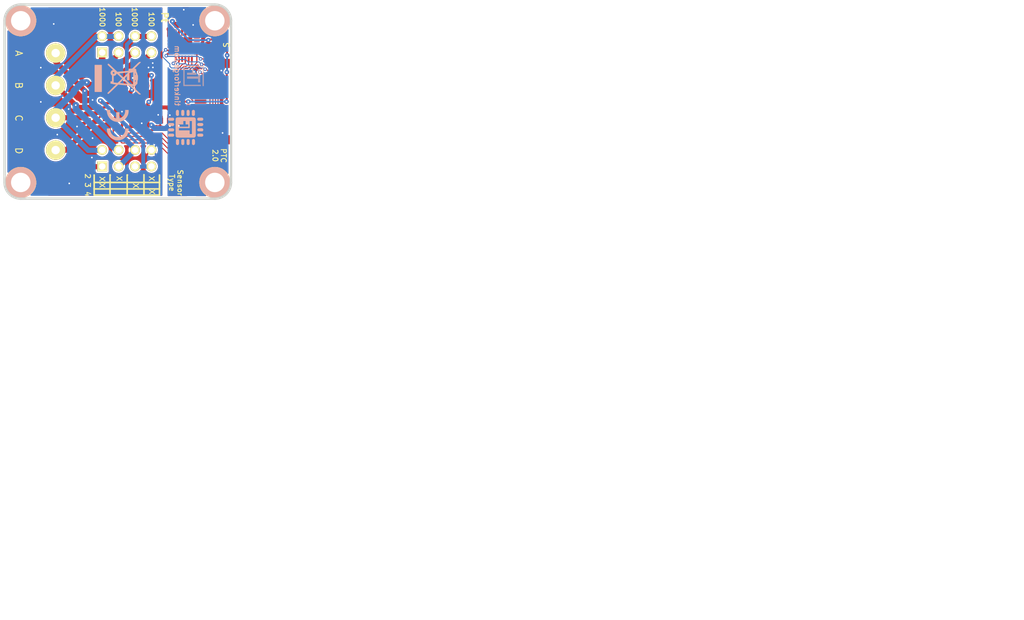
<source format=kicad_pcb>
(kicad_pcb (version 20171130) (host pcbnew 5.1.4-e60b266~84~ubuntu18.04.1)
  (title_block (title "PTC Bricklet") (date "25 jun 2013") (rev 1.0) (company "Tinkerforge GmbH") (comment 1 "Licensed under CERN OHL v.1.1") (comment 2 "Copyright (©) 2013, B.Nordmeyer <bastian@tinkerforge.com>"))
  (layers (0 Vorderseite signal) (31 Rückseite signal hide) (34 B.Paste user) (35 F.Paste user) (36 B.SilkS user) (37 F.SilkS user) (38 B.Mask user) (39 F.Mask user) (44 Edge.Cuts user))
  (net 0 "")
  (net 1 AGND)
  (net 2 FORCE+)
  (net 3 FORCE-)
  (net 4 FORCE2)
  (net 5 GND)
  (net 6 RTDIN+)
  (net 7 RTDIN-)
  (net 8 VCC)
  (net 9 "Net-(P1-Pad4)")
  (net 10 "Net-(P1-Pad5)")
  (net 11 "Net-(P1-Pad6)")
  (net 12 "Net-(C1-Pad1)")
  (net 13 "Net-(C6-Pad1)")
  (net 14 "Net-(C7-Pad2)")
  (net 15 "Net-(C8-Pad2)")
  (net 16 "Net-(D1-Pad2)")
  (net 17 "Net-(P2-Pad1)")
  (net 18 "Net-(P3-Pad2)")
  (net 19 "Net-(R1-Pad1)")
  (net 20 "Net-(P4-Pad7)")
  (net 21 "Net-(R2-Pad2)")
  (net 22 "Net-(P4-Pad5)")
  (net 23 S-MISO)
  (net 24 S-MOSI)
  (net 25 S-CLK)
  (net 26 S-CS)
  (net 27 "Net-(RP2-Pad1)")
  (net 28 "Net-(RP2-Pad2)")
  (net 29 "Net-(RP2-Pad3)")
  (net 30 "Net-(RP2-Pad4)")
  (net 31 M-MISO)
  (net 32 M-MOSI)
  (net 33 M-CLK)
  (net 34 M-CS)
  (net 35 "Net-(P4-Pad6)")
  (module kicad-libraries:R0603F (layer Vorderseite) (at 143.4 81.5 270)
    (fp_text reference R2)
    (fp_text value "390 0.1%")
    (pad 2 smd rect (at 0.75 0 270) (size 0.9 0.9) (layers Vorderseite F.Paste F.Mask) (net 21 "Net-(R2-Pad2)"))
    (pad 1 smd rect (at -0.75 0 270) (size 0.9 0.9) (layers Vorderseite F.Paste F.Mask) (net 20 "Net-(P4-Pad7)"))
  )
  (module kicad-libraries:R0603F (layer Vorderseite) (at 141.8 81.5 270)
    (fp_text reference R3)
    (fp_text value "3k9 0.1%")
    (pad 2 smd rect (at 0.75 0 270) (size 0.9 0.9) (layers Vorderseite F.Paste F.Mask) (net 21 "Net-(R2-Pad2)"))
    (pad 1 smd rect (at -0.75 0 270) (size 0.9 0.9) (layers Vorderseite F.Paste F.Mask) (net 22 "Net-(P4-Pad5)"))
  )
  (module kicad-libraries:Fiducial_Mark (layer Vorderseite) (at 153.8 98.5)
    (fp_text reference Fiducial_Mark hide)
    (fp_text value VAL** hide)
    (pad 1 smd circle (at 0 0) (size 1.00076 1.00076) (layers Vorderseite F.Paste F.Mask) (clearance 0.65024))
  )
  (module kicad-libraries:Logo_31x31 (layer Rückseite) (at 155.7 82.55 90)
    (fp_text reference G*** hide)
    (fp_text value Logo_31x31 hide)
  )
  (module kicad-libraries:Fiducial_Mark (layer Vorderseite) (at 153.9 71.5)
    (fp_text reference Fiducial_Mark hide)
    (fp_text value VAL** hide)
    (pad 1 smd circle (at 0 0) (size 1.00076 1.00076) (layers Vorderseite F.Paste F.Mask) (clearance 0.65024))
  )
  (module kicad-libraries:Fiducial_Mark (layer Vorderseite) (at 130.9 98.4)
    (fp_text reference Fiducial_Mark hide)
    (fp_text value VAL** hide)
    (pad 1 smd circle (at 0 0) (size 1.00076 1.00076) (layers Vorderseite F.Paste F.Mask) (clearance 0.65024))
  )
  (module kicad-libraries:CE_5mm (layer Rückseite) (at 142.4 88.55 90)
    (fp_text reference VAL hide)
    (fp_text value CE_5mm hide)
  )
  (module kicad-libraries:WEEE_7mm (layer Rückseite) (at 142.4 81.35 90)
    (fp_text reference VAL hide)
    (fp_text value WEEE_7mm hide)
  )
  (module kicad-libraries:Fiducial_Mark (layer Vorderseite) (at 130.9 71.5)
    (fp_text reference Fiducial_Mark hide)
    (fp_text value VAL** hide)
    (pad 1 smd circle (at 0 0) (size 1.00076 1.00076) (layers Vorderseite F.Paste F.Mask) (clearance 0.65024))
  )
  (module kicad-libraries:DEBUG_PAD (layer Vorderseite) (at 150.3 73.75)
    (fp_text reference P2)
    (fp_text value Debug)
    (pad 1 smd circle (at 0 0) (size 0.7 0.7) (layers Vorderseite F.Paste F.Mask) (net 17 "Net-(P2-Pad1)"))
  )
  (module kicad-libraries:SolderJumper (layer Vorderseite) (at 151.55 71.3 180)
    (fp_text reference P3)
    (fp_text value Boot)
    (pad 2 smd rect (at 0.55 0 180) (size 0.3 1.4) (layers Vorderseite F.Mask) (net 18 "Net-(P3-Pad2)"))
    (pad 2 smd rect (at 0.15 0 180) (size 0.6 0.5) (layers Vorderseite F.Mask) (net 18 "Net-(P3-Pad2)"))
    (pad 1 smd rect (at -0.5 0 180) (size 0.4 1.4) (layers Vorderseite F.Mask) (net 5 GND))
    (pad 1 smd rect (at -0.225 0.55 180) (size 0.95 0.3) (layers Vorderseite F.Mask) (net 5 GND))
    (pad 1 smd rect (at -0.225 -0.55 180) (size 0.95 0.3) (layers Vorderseite F.Mask) (net 5 GND))
  )
  (module kicad-libraries:4X0402 (layer Vorderseite) (at 151.8 81.45)
    (fp_text reference RP1)
    (fp_text value 82)
    (pad 1 smd rect (at -0.7493 0.575 180) (size 0.29972 0.65) (layers Vorderseite F.Paste F.Mask) (net 9 "Net-(P1-Pad4)"))
    (pad 2 smd rect (at -0.24892 0.575 180) (size 0.29972 0.65) (layers Vorderseite F.Paste F.Mask) (net 10 "Net-(P1-Pad5)"))
    (pad 3 smd rect (at 0.24892 0.575 180) (size 0.29972 0.65) (layers Vorderseite F.Paste F.Mask) (net 11 "Net-(P1-Pad6)"))
    (pad 4 smd rect (at 0.7493 0.575 180) (size 0.29972 0.65) (layers Vorderseite F.Paste F.Mask) (net 12 "Net-(C1-Pad1)"))
    (pad 5 smd rect (at 0.7493 -0.575) (size 0.29972 0.65) (layers Vorderseite F.Paste F.Mask) (net 23 S-MISO))
    (pad 6 smd rect (at 0.24892 -0.575) (size 0.29972 0.65) (layers Vorderseite F.Paste F.Mask) (net 24 S-MOSI))
    (pad 7 smd rect (at -0.24892 -0.575) (size 0.29972 0.65) (layers Vorderseite F.Paste F.Mask) (net 25 S-CLK))
    (pad 8 smd rect (at -0.7493 -0.575) (size 0.29972 0.65) (layers Vorderseite F.Paste F.Mask) (net 26 S-CS))
  )
  (module kicad-libraries:QFN24-4x4mm-0.5mm (layer Vorderseite) (at 152.6 76.3 180)
    (fp_text reference U1)
    (fp_text value XMC1100)
    (pad 1 smd oval (at -2.025 -1.25 180) (size 1 0.3) (layers Vorderseite F.Paste F.Mask) (net 23 S-MISO))
    (pad 2 smd oval (at -2.025 -0.75 180) (size 1 0.3) (layers Vorderseite F.Paste F.Mask) (net 19 "Net-(R1-Pad1)"))
    (pad 3 smd oval (at -2.025 -0.25 180) (size 1 0.3) (layers Vorderseite F.Paste F.Mask))
    (pad 4 smd oval (at -2.025 0.25 180) (size 1 0.3) (layers Vorderseite F.Paste F.Mask))
    (pad 5 smd oval (at -2.025 0.75 180) (size 1 0.3) (layers Vorderseite F.Paste F.Mask))
    (pad 6 smd oval (at -2.025 1.25 180) (size 1 0.3) (layers Vorderseite F.Paste F.Mask))
    (pad 7 smd oval (at -1.25 2.025 270) (size 1 0.3) (layers Vorderseite F.Paste F.Mask))
    (pad 8 smd oval (at -0.75 2.025 270) (size 1 0.3) (layers Vorderseite F.Paste F.Mask))
    (pad 9 smd oval (at -0.25 2.025 270) (size 1 0.3) (layers Vorderseite F.Paste F.Mask) (net 5 GND))
    (pad 10 smd oval (at 0.25 2.025 270) (size 1 0.3) (layers Vorderseite F.Paste F.Mask) (net 8 VCC))
    (pad 11 smd oval (at 0.75 2.025 270) (size 1 0.3) (layers Vorderseite F.Paste F.Mask))
    (pad 12 smd oval (at 1.25 2.025 270) (size 1 0.3) (layers Vorderseite F.Paste F.Mask) (net 18 "Net-(P3-Pad2)"))
    (pad 13 smd oval (at 2.025 1.25 180) (size 1 0.3) (layers Vorderseite F.Paste F.Mask) (net 17 "Net-(P2-Pad1)"))
    (pad 14 smd oval (at 2.025 0.75 180) (size 1 0.3) (layers Vorderseite F.Paste F.Mask))
    (pad 15 smd oval (at 2.025 0.25 180) (size 1 0.3) (layers Vorderseite F.Paste F.Mask))
    (pad 16 smd oval (at 2.025 -0.25 180) (size 1 0.3) (layers Vorderseite F.Paste F.Mask))
    (pad 17 smd oval (at 2.025 -0.75 180) (size 1 0.3) (layers Vorderseite F.Paste F.Mask) (net 31 M-MISO))
    (pad 18 smd oval (at 2.025 -1.25 180) (size 1 0.3) (layers Vorderseite F.Paste F.Mask) (net 32 M-MOSI))
    (pad 19 smd oval (at 1.25 -2.025 270) (size 1 0.3) (layers Vorderseite F.Paste F.Mask) (net 33 M-CLK))
    (pad 20 smd oval (at 0.75 -2.025 270) (size 1 0.3) (layers Vorderseite F.Paste F.Mask) (net 34 M-CS))
    (pad 21 smd oval (at 0.25 -2.025 270) (size 1 0.3) (layers Vorderseite F.Paste F.Mask))
    (pad 22 smd oval (at -0.25 -2.025 270) (size 1 0.3) (layers Vorderseite F.Paste F.Mask) (net 26 S-CS))
    (pad 23 smd oval (at -0.75 -2.025 270) (size 1 0.3) (layers Vorderseite F.Paste F.Mask) (net 25 S-CLK))
    (pad 24 smd oval (at -1.25 -2.025 270) (size 1 0.3) (layers Vorderseite F.Paste F.Mask) (net 24 S-MOSI))
    (pad EXP smd rect (at 0.65 0.65 180) (size 1.3 1.3) (layers Vorderseite F.Paste F.Mask) (net 5 GND))
    (pad EXP smd rect (at 0.65 -0.65 180) (size 1.3 1.3) (layers Vorderseite F.Paste F.Mask) (net 5 GND))
    (pad EXP smd rect (at -0.65 0.65 180) (size 1.3 1.3) (layers Vorderseite F.Paste F.Mask) (net 5 GND))
    (pad EXP smd rect (at -0.65 -0.65 180) (size 1.3 1.3) (layers Vorderseite F.Paste F.Mask) (net 5 GND))
  )
  (module kicad-libraries:pin_array_4x2 (layer Vorderseite) (at 143.8 76.1)
    (fp_text reference P4)
    (fp_text value CONN_02X04 hide)
    (pad 1 thru_hole rect (at -3.81 1.27) (size 1.524 1.524) (drill 1.016) (layers *.Cu *.Mask F.SilkS) (net 15 "Net-(C8-Pad2)"))
    (pad 2 thru_hole circle (at -3.81 -1.27) (size 1.524 1.524) (drill 1.016) (layers *.Cu *.Mask F.SilkS) (net 6 RTDIN+))
    (pad 3 thru_hole circle (at -1.27 1.27) (size 1.524 1.524) (drill 1.016) (layers *.Cu *.Mask F.SilkS) (net 14 "Net-(C7-Pad2)"))
    (pad 4 thru_hole circle (at -1.27 -1.27) (size 1.524 1.524) (drill 1.016) (layers *.Cu *.Mask F.SilkS) (net 6 RTDIN+))
    (pad 5 thru_hole circle (at 1.27 1.27) (size 1.524 1.524) (drill 1.016) (layers *.Cu *.Mask F.SilkS) (net 22 "Net-(P4-Pad5)"))
    (pad 6 thru_hole circle (at 1.27 -1.27) (size 1.524 1.524) (drill 1.016) (layers *.Cu *.Mask F.SilkS) (net 35 "Net-(P4-Pad6)"))
    (pad 7 thru_hole circle (at 3.81 1.27) (size 1.524 1.524) (drill 1.016) (layers *.Cu *.Mask F.SilkS) (net 20 "Net-(P4-Pad7)"))
    (pad 8 thru_hole circle (at 3.81 -1.27) (size 1.524 1.524) (drill 1.016) (layers *.Cu *.Mask F.SilkS) (net 35 "Net-(P4-Pad6)"))
  )
  (module kicad-libraries:pin_array_4x2 (layer Vorderseite) (at 143.8 93.7)
    (fp_text reference P5)
    (fp_text value CONN_02X04 hide)
    (pad 1 thru_hole rect (at -3.81 1.27) (size 1.524 1.524) (drill 1.016) (layers *.Cu *.Mask F.SilkS) (net 3 FORCE-))
    (pad 2 thru_hole circle (at -3.81 -1.27) (size 1.524 1.524) (drill 1.016) (layers *.Cu *.Mask F.SilkS) (net 7 RTDIN-))
    (pad 3 thru_hole circle (at -1.27 1.27) (size 1.524 1.524) (drill 1.016) (layers *.Cu *.Mask F.SilkS) (net 2 FORCE+))
    (pad 4 thru_hole circle (at -1.27 -1.27) (size 1.524 1.524) (drill 1.016) (layers *.Cu *.Mask F.SilkS) (net 6 RTDIN+))
    (pad 5 thru_hole circle (at 1.27 1.27) (size 1.524 1.524) (drill 1.016) (layers *.Cu *.Mask F.SilkS) (net 4 FORCE2))
    (pad 6 thru_hole circle (at 1.27 -1.27) (size 1.524 1.524) (drill 1.016) (layers *.Cu *.Mask F.SilkS) (net 2 FORCE+))
    (pad 7 thru_hole circle (at 3.81 1.27) (size 1.524 1.524) (drill 1.016) (layers *.Cu *.Mask F.SilkS) (net 4 FORCE2))
    (pad 8 thru_hole circle (at 3.81 -1.27) (size 1.524 1.524) (drill 1.016) (layers *.Cu *.Mask F.SilkS) (net 1 AGND))
  )
  (module kicad-libraries:Logo_CoMCU (layer Rückseite) (at 152.9 88.95 90)
    (fp_text reference G*** hide)
    (fp_text value LOGO hide)
  )
  (module kicad-libraries:C0402F (layer Vorderseite) (at 153.5 81.45 90)
    (fp_text reference C1)
    (fp_text value 220pF)
    (pad 2 smd rect (at 0.5 0 90) (size 0.6 0.7) (layers Vorderseite F.Paste F.Mask) (net 5 GND))
    (pad 1 smd rect (at -0.5 0 90) (size 0.6 0.7) (layers Vorderseite F.Paste F.Mask) (net 12 "Net-(C1-Pad1)"))
  )
  (module kicad-libraries:C0805 (layer Vorderseite) (at 153.2 86.9 270)
    (fp_text reference C2)
    (fp_text value 10uF)
    (pad 1 smd rect (at -1.00076 0 270) (size 1.00076 1.24968) (layers Vorderseite F.Paste F.Mask) (net 8 VCC) (clearance 0.14986))
    (pad 2 smd rect (at 1.00076 0 270) (size 1.00076 1.24968) (layers Vorderseite F.Paste F.Mask) (net 5 GND) (clearance 0.14986))
  )
  (module kicad-libraries:C0603F (layer Vorderseite) (at 151.8 87.1 270)
    (fp_text reference C3)
    (fp_text value 100nF)
    (pad 1 smd rect (at -0.75 0 270) (size 0.9 0.9) (layers Vorderseite F.Paste F.Mask) (net 8 VCC))
    (pad 2 smd rect (at 0.75 0 270) (size 0.9 0.9) (layers Vorderseite F.Paste F.Mask) (net 5 GND))
  )
  (module kicad-libraries:C0603F (layer Vorderseite) (at 152.35 73.1)
    (fp_text reference C4)
    (fp_text value 100nF)
    (pad 1 smd rect (at -0.75 0) (size 0.9 0.9) (layers Vorderseite F.Paste F.Mask) (net 8 VCC))
    (pad 2 smd rect (at 0.75 0) (size 0.9 0.9) (layers Vorderseite F.Paste F.Mask) (net 5 GND))
  )
  (module kicad-libraries:C0603F (layer Vorderseite) (at 146.9 86.6 90)
    (fp_text reference C5)
    (fp_text value 100nF)
    (pad 1 smd rect (at -0.75 0 90) (size 0.9 0.9) (layers Vorderseite F.Paste F.Mask) (net 5 GND))
    (pad 2 smd rect (at 0.75 0 90) (size 0.9 0.9) (layers Vorderseite F.Paste F.Mask) (net 8 VCC))
  )
  (module kicad-libraries:C0603F (layer Vorderseite) (at 145.5 81.7 90)
    (fp_text reference C6)
    (fp_text value 100nF)
    (pad 1 smd rect (at -0.75 0 90) (size 0.9 0.9) (layers Vorderseite F.Paste F.Mask) (net 13 "Net-(C6-Pad1)"))
    (pad 2 smd rect (at 0.75 0 90) (size 0.9 0.9) (layers Vorderseite F.Paste F.Mask) (net 1 AGND))
  )
  (module kicad-libraries:C0603F (layer Vorderseite) (at 140.1 81.6 90)
    (fp_text reference C7)
    (fp_text value 10nF)
    (pad 1 smd rect (at -0.75 0 90) (size 0.9 0.9) (layers Vorderseite F.Paste F.Mask) (net 7 RTDIN-))
    (pad 2 smd rect (at 0.75 0 90) (size 0.9 0.9) (layers Vorderseite F.Paste F.Mask) (net 14 "Net-(C7-Pad2)"))
  )
  (module kicad-libraries:C0603F (layer Vorderseite) (at 138.7 81.6 90)
    (fp_text reference C8)
    (fp_text value 100nF)
    (pad 1 smd rect (at -0.75 0 90) (size 0.9 0.9) (layers Vorderseite F.Paste F.Mask) (net 7 RTDIN-))
    (pad 2 smd rect (at 0.75 0 90) (size 0.9 0.9) (layers Vorderseite F.Paste F.Mask) (net 15 "Net-(C8-Pad2)"))
  )
  (module kicad-libraries:D0603F (layer Vorderseite) (at 157.15 76.2)
    (fp_text reference D1)
    (fp_text value blue)
    (pad 1 smd rect (at -0.75 0) (size 0.9 0.9) (layers Vorderseite F.Paste F.Mask) (net 8 VCC))
    (pad 2 smd rect (at 0.75 0) (size 0.9 0.9) (layers Vorderseite F.Paste F.Mask) (net 16 "Net-(D1-Pad2)"))
  )
  (module kicad-libraries:R0603F (layer Vorderseite) (at 149.7 87.9)
    (fp_text reference FB1)
    (fp_text value FB)
    (pad 1 smd rect (at -0.75 0) (size 0.9 0.9) (layers Vorderseite F.Paste F.Mask) (net 1 AGND))
    (pad 2 smd rect (at 0.75 0) (size 0.9 0.9) (layers Vorderseite F.Paste F.Mask) (net 5 GND))
  )
  (module kicad-libraries:R0603F (layer Vorderseite) (at 146.8 81.7 270)
    (fp_text reference FB2)
    (fp_text value FB)
    (pad 1 smd rect (at -0.75 0 270) (size 0.9 0.9) (layers Vorderseite F.Paste F.Mask) (net 8 VCC))
    (pad 2 smd rect (at 0.75 0 270) (size 0.9 0.9) (layers Vorderseite F.Paste F.Mask) (net 13 "Net-(C6-Pad1)"))
  )
  (module kicad-libraries:AKL_5_2 (layer Vorderseite) (at 132.79882 79.94904 90)
    (fp_text reference J1)
    (fp_text value AKL_5_2)
    (pad 1 thru_hole circle (at -2.49936 0 90) (size 2.99974 2.99974) (drill 1.30048) (layers *.Cu *.Mask F.SilkS) (net 6 RTDIN+))
    (pad 2 thru_hole circle (at 2.49936 0 90) (size 2.99974 2.99974) (drill 1.30048) (layers *.Cu *.Mask F.SilkS) (net 2 FORCE+))
  )
  (module kicad-libraries:AKL_5_2 (layer Vorderseite) (at 132.79882 89.94902 90)
    (fp_text reference J2)
    (fp_text value AKL_5_2)
    (pad 1 thru_hole circle (at -2.49936 0 90) (size 2.99974 2.99974) (drill 1.30048) (layers *.Cu *.Mask F.SilkS) (net 3 FORCE-))
    (pad 2 thru_hole circle (at 2.49936 0 90) (size 2.99974 2.99974) (drill 1.30048) (layers *.Cu *.Mask F.SilkS) (net 7 RTDIN-))
  )
  (module kicad-libraries:CON-SENSOR2 (layer Vorderseite) (at 159.79902 84.9503 90)
    (fp_text reference P1)
    (fp_text value CON-SENSOR)
    (pad 1 smd rect (at -3.75 -4.6 90) (size 0.6 1.8) (layers Vorderseite F.Paste F.Mask))
    (pad 2 smd rect (at -2.5 -4.6 90) (size 0.6 1.8) (layers Vorderseite F.Paste F.Mask) (net 5 GND))
    (pad EP smd rect (at -5.9 -1.2 90) (size 1.4 2.4) (layers Vorderseite F.Paste F.Mask) (net 5 GND))
    (pad EP smd rect (at 5.9 -1.2 90) (size 1.4 2.4) (layers Vorderseite F.Paste F.Mask) (net 5 GND))
    (pad 3 smd rect (at -1.25 -4.6 90) (size 0.6 1.8) (layers Vorderseite F.Paste F.Mask) (net 8 VCC))
    (pad 4 smd rect (at 0 -4.6 90) (size 0.6 1.8) (layers Vorderseite F.Paste F.Mask) (net 9 "Net-(P1-Pad4)"))
    (pad 5 smd rect (at 1.25 -4.6 90) (size 0.6 1.8) (layers Vorderseite F.Paste F.Mask) (net 10 "Net-(P1-Pad5)"))
    (pad 6 smd rect (at 2.5 -4.6 90) (size 0.6 1.8) (layers Vorderseite F.Paste F.Mask) (net 11 "Net-(P1-Pad6)"))
    (pad 7 smd rect (at 3.75 -4.6 90) (size 0.6 1.8) (layers Vorderseite F.Paste F.Mask) (net 12 "Net-(C1-Pad1)"))
  )
  (module kicad-libraries:R0603F (layer Vorderseite) (at 157.15 77.5)
    (fp_text reference R1)
    (fp_text value 1k)
    (pad 1 smd rect (at -0.75 0) (size 0.9 0.9) (layers Vorderseite F.Paste F.Mask) (net 19 "Net-(R1-Pad1)"))
    (pad 2 smd rect (at 0.75 0) (size 0.9 0.9) (layers Vorderseite F.Paste F.Mask) (net 16 "Net-(D1-Pad2)"))
  )
  (module kicad-libraries:0603X4 (layer Vorderseite) (at 152.2 92.3 90)
    (fp_text reference RP2)
    (fp_text value 100)
    (pad 1 smd rect (at 1.19888 -0.8509 90) (size 0.44958 0.89916) (layers Vorderseite F.Paste F.Mask) (net 27 "Net-(RP2-Pad1)"))
    (pad 2 smd rect (at 0.39878 -0.8509 90) (size 0.44958 0.89916) (layers Vorderseite F.Paste F.Mask) (net 28 "Net-(RP2-Pad2)"))
    (pad 3 smd rect (at -0.39878 -0.8509 90) (size 0.44958 0.89916) (layers Vorderseite F.Paste F.Mask) (net 29 "Net-(RP2-Pad3)"))
    (pad 4 smd rect (at -1.19888 -0.8509 90) (size 0.44958 0.89916) (layers Vorderseite F.Paste F.Mask) (net 30 "Net-(RP2-Pad4)"))
    (pad 5 smd rect (at -1.19888 0.8509 90) (size 0.44958 0.89916) (layers Vorderseite F.Paste F.Mask) (net 32 M-MOSI))
    (pad 6 smd rect (at -0.39878 0.8509 90) (size 0.44958 0.89916) (layers Vorderseite F.Paste F.Mask) (net 33 M-CLK))
    (pad 7 smd rect (at 0.39878 0.8509 90) (size 0.44958 0.89916) (layers Vorderseite F.Paste F.Mask) (net 34 M-CS))
    (pad 8 smd rect (at 1.19888 0.8509 90) (size 0.44958 0.89916) (layers Vorderseite F.Paste F.Mask) (net 31 M-MISO))
  )
  (module kicad-libraries:QFN-20-5x5 (layer Vorderseite) (at 143.05026 86.4997 180)
    (fp_text reference U2)
    (fp_text value MAX31865)
    (pad 1 smd rect (at -1.29794 2.3876) (size 0.34798 1.14808) (layers Vorderseite F.Paste F.Mask) (net 35 "Net-(P4-Pad6)"))
    (pad 2 smd rect (at -0.6477 2.3876) (size 0.34798 1.14808) (layers Vorderseite F.Paste F.Mask) (net 35 "Net-(P4-Pad6)"))
    (pad 3 smd rect (at 0 2.3876) (size 0.34798 1.14808) (layers Vorderseite F.Paste F.Mask) (net 21 "Net-(R2-Pad2)"))
    (pad 4 smd rect (at 0.6477 2.3876) (size 0.34798 1.14808) (layers Vorderseite F.Paste F.Mask) (net 21 "Net-(R2-Pad2)"))
    (pad 5 smd rect (at 1.29794 2.3876) (size 0.34798 1.14808) (layers Vorderseite F.Paste F.Mask) (net 2 FORCE+))
    (pad 6 smd rect (at 2.3876 1.29794 90) (size 0.34798 1.14808) (layers Vorderseite F.Paste F.Mask) (net 4 FORCE2))
    (pad 7 smd rect (at 2.3876 0.6477 90) (size 0.34798 1.14808) (layers Vorderseite F.Paste F.Mask) (net 6 RTDIN+))
    (pad 8 smd rect (at 2.3876 0 90) (size 0.34798 1.14808) (layers Vorderseite F.Paste F.Mask) (net 7 RTDIN-))
    (pad 9 smd rect (at 2.3876 -0.6477 90) (size 0.34798 1.14808) (layers Vorderseite F.Paste F.Mask) (net 3 FORCE-))
    (pad 10 smd rect (at 2.3876 -1.29794 90) (size 0.34798 1.14808) (layers Vorderseite F.Paste F.Mask) (net 1 AGND))
    (pad 11 smd rect (at 1.29794 -2.3876 180) (size 0.34798 1.14808) (layers Vorderseite F.Paste F.Mask) (net 30 "Net-(RP2-Pad4)"))
    (pad 12 smd rect (at 0.6477 -2.3876 180) (size 0.34798 1.14808) (layers Vorderseite F.Paste F.Mask) (net 29 "Net-(RP2-Pad3)"))
    (pad 13 smd rect (at 0 -2.3876 180) (size 0.34798 1.14808) (layers Vorderseite F.Paste F.Mask) (net 28 "Net-(RP2-Pad2)"))
    (pad 14 smd rect (at -0.6477 -2.3876 180) (size 0.34798 1.14808) (layers Vorderseite F.Paste F.Mask) (net 27 "Net-(RP2-Pad1)"))
    (pad 15 smd rect (at -1.29794 -2.3876 180) (size 0.34798 1.14808) (layers Vorderseite F.Paste F.Mask) (net 5 GND))
    (pad 16 smd rect (at -2.3876 -1.29794 270) (size 0.34798 1.14808) (layers Vorderseite F.Paste F.Mask) (net 1 AGND))
    (pad 17 smd rect (at -2.3876 -0.6477 270) (size 0.34798 1.14808) (layers Vorderseite F.Paste F.Mask))
    (pad 18 smd rect (at -2.3876 0 270) (size 0.34798 1.14808) (layers Vorderseite F.Paste F.Mask))
    (pad 19 smd rect (at -2.3876 0.6477 270) (size 0.34798 1.14808) (layers Vorderseite F.Paste F.Mask) (net 8 VCC))
    (pad 20 smd rect (at -2.3876 1.29794 270) (size 0.34798 1.14808) (layers Vorderseite F.Paste F.Mask) (net 13 "Net-(C6-Pad1)"))
    (pad EP smd rect (at 0 0 180) (size 2.49936 2.49936) (layers Vorderseite F.Paste F.Mask) (net 1 AGND))
  )
  (module kicad-libraries:DRILL_NP (layer Vorderseite) (at 157.40126 97.44964 90)
    (fp_text reference U3 hide)
    (fp_text value DRILL hide)
    (pad "" np_thru_hole circle (at 0 0 90) (size 2.99974 2.99974) (drill 2.99974) (layers *.Cu *.Mask F.SilkS) (clearance 0.89916))
  )
  (module kicad-libraries:DRILL_NP (layer Vorderseite) (at 127.39878 97.44964)
    (fp_text reference U4 hide)
    (fp_text value DRILL hide)
    (pad "" np_thru_hole circle (at 0 0) (size 2.99974 2.99974) (drill 2.99974) (layers *.Cu *.Mask F.SilkS) (clearance 0.89916))
  )
  (module kicad-libraries:DRILL_NP (layer Vorderseite) (at 127.39878 72.45096 90)
    (fp_text reference U5 hide)
    (fp_text value DRILL hide)
    (pad "" np_thru_hole circle (at 0 0 90) (size 2.99974 2.99974) (drill 2.99974) (layers *.Cu *.Mask F.SilkS) (clearance 0.89916))
  )
  (module kicad-libraries:DRILL_NP (layer Vorderseite) (at 157.40126 72.45096)
    (fp_text reference U6 hide)
    (fp_text value DRILL hide)
    (pad "" np_thru_hole circle (at 0 0) (size 2.99974 2.99974) (drill 2.99974) (layers *.Cu *.Mask F.SilkS) (clearance 0.89916))
  )
  (gr_text tinkerforge.com (at 151.6 80.95 270) (layer B.SilkS) (effects (font (size 0.8001 0.8001) (thickness 0.14986)) (justify mirror)))
  (gr_text S (at 159.1 76.2 270) (layer F.SilkS) (effects (font (size 0.8001 0.8001) (thickness 0.14986))))
  (gr_text X (at 147.74926 98.89998 90) (layer F.SilkS) (effects (font (size 0.8001 0.8001) (thickness 0.14986))))
  (gr_text X (at 147.701 96.8502 90) (layer F.SilkS) (effects (font (size 0.8001 0.8001) (thickness 0.14986))))
  (gr_text X (at 145.2499 97.95002 90) (layer F.SilkS) (effects (font (size 0.8001 0.8001) (thickness 0.14986))))
  (gr_text X (at 142.69974 96.8502 90) (layer F.SilkS) (effects (font (size 0.8001 0.8001) (thickness 0.14986))))
  (gr_text X (at 140.05052 97.89922 90) (layer F.SilkS) (effects (font (size 0.8001 0.8001) (thickness 0.14986))))
  (gr_text X (at 140.05052 96.901 90) (layer F.SilkS) (effects (font (size 0.8001 0.8001) (thickness 0.14986))))
  (gr_text "2 3 4" (at 137.74928 97.85096 270) (layer F.SilkS) (effects (font (size 0.8001 0.8001) (thickness 0.14986))))
  (gr_line (start 138.75004 98.4504) (end 138.75004 98.3996) (angle 90) (layer F.SilkS) (width 0.24892))
  (gr_line (start 148.84908 98.4504) (end 138.75004 98.4504) (angle 90) (layer F.SilkS) (width 0.24892))
  (gr_line (start 138.75004 97.44964) (end 148.84908 97.44964) (angle 90) (layer F.SilkS) (width 0.24892))
  (gr_line (start 141.20114 96.29902) (end 141.2494 96.29902) (angle 90) (layer F.SilkS) (width 0.24892))
  (gr_line (start 141.20114 99.40036) (end 141.20114 96.29902) (angle 90) (layer F.SilkS) (width 0.24892))
  (gr_line (start 143.85036 96.29902) (end 143.90116 96.29902) (angle 90) (layer F.SilkS) (width 0.24892))
  (gr_line (start 143.85036 99.45116) (end 143.85036 96.29902) (angle 90) (layer F.SilkS) (width 0.24892))
  (gr_line (start 146.44878 99.40036) (end 146.44878 96.25076) (angle 90) (layer F.SilkS) (width 0.24892))
  (gr_line (start 148.84908 99.40036) (end 148.84908 96.29902) (angle 90) (layer F.SilkS) (width 0.24892))
  (gr_line (start 138.75004 99.40036) (end 148.84908 99.40036) (angle 90) (layer F.SilkS) (width 0.24892))
  (gr_line (start 138.75004 96.29902) (end 138.75004 99.40036) (angle 90) (layer F.SilkS) (width 0.24892))
  (gr_text "A     B     C     D" (at 127.09906 85.04936 270) (layer F.SilkS) (effects (font (size 1.04902 1.04902) (thickness 0.14986))))
  (gr_text "PTC\n2.0" (at 158.1 93.3 270) (layer F.SilkS) (effects (font (size 0.8001 0.8001) (thickness 0.14986))))
  (gr_text "Sensor\nType" (at 151.39924 97.50044 270) (layer F.SilkS) (effects (font (size 0.8001 0.8001) (thickness 0.14986))))
  (gr_text Pt (at 149.64918 71.89978 270) (layer F.SilkS) (effects (font (size 1.00076 1.00076) (thickness 0.20066))))
  (gr_line (start 124.89942 97.44964) (end 124.89942 72.45096) (angle 90) (layer Edge.Cuts) (width 0.381))
  (gr_line (start 159.90062 72.45096) (end 159.90062 97.44964) (angle 90) (layer Edge.Cuts) (width 0.381))
  (gr_line (start 127.39878 69.94906) (end 157.40126 69.94906) (angle 90) (layer Edge.Cuts) (width 0.381))
  (gr_text 1000 (at 139.99972 71.89978 270) (layer F.SilkS) (effects (font (size 0.8001 0.8001) (thickness 0.14986))))
  (gr_text 100 (at 142.49908 72.2503 270) (layer F.SilkS) (effects (font (size 0.8001 0.8001) (thickness 0.14986))))
  (gr_text 1000 (at 145.00098 71.89978 270) (layer F.SilkS) (effects (font (size 0.8001 0.8001) (thickness 0.14986))))
  (gr_text 100 (at 147.5994 72.2503 270) (layer F.SilkS) (effects (font (size 0.8001 0.8001) (thickness 0.14986))))
  (gr_line (start 157.40126 99.949) (end 127.39878 99.949) (angle 90) (layer Edge.Cuts) (width 0.381))
  (gr_arc (start 157.40126 97.44964) (end 159.90062 97.44964) (angle 90) (layer Edge.Cuts) (width 0.381))
  (gr_arc (start 157.40126 72.45096) (end 157.40126 69.9516) (angle 90) (layer Edge.Cuts) (width 0.381))
  (gr_arc (start 127.40132 72.45096) (end 124.89942 72.45096) (angle 90) (layer Edge.Cuts) (width 0.381))
  (gr_arc (start 127.40132 97.44964) (end 127.40132 99.949) (angle 90) (layer Edge.Cuts) (width 0.381))
  (segment (start 148.95 87.9) (end 148.95 87.3) (width 0.8001) (layer Vorderseite) (net 1))
  (via (at 148.65 87) (size 0.7) (drill 0.25) (layers Vorderseite Rückseite) (net 1))
  (segment (start 148.95 87.3) (end 148.65 87) (width 0.8001) (layer Vorderseite) (net 1))
  (segment (start 130.50012 88.00084) (end 130.50012 85.0011) (width 0.29972) (layer Vorderseite) (net 1))
  (segment (start 132.5499 90.05062) (end 130.50012 88.00084) (width 0.29972) (layer Vorderseite) (net 1))
  (segment (start 130.50012 79.70012) (end 130.50012 85.0011) (width 0.29972) (layer Vorderseite) (net 1))
  (via (at 132.4991 72.9488) (size 0.70104) (layers Vorderseite Rückseite) (net 1))
  (segment (start 130.50012 74.94778) (end 132.4991 72.9488) (width 0.29972) (layer Vorderseite) (net 1))
  (segment (start 143.05026 86.4997) (end 143.05026 85.34908) (width 0.29972) (layer Rückseite) (net 1))
  (via (at 138.50112 84.69884) (size 0.70104) (layers Vorderseite Rückseite) (net 1))
  (segment (start 139.49934 83.70062) (end 138.50112 84.69884) (width 0.29972) (layer Rückseite) (net 1))
  (segment (start 141.4018 83.70062) (end 139.49934 83.70062) (width 0.29972) (layer Rückseite) (net 1))
  (segment (start 143.05026 85.34908) (end 141.4018 83.70062) (width 0.29972) (layer Rückseite) (net 1))
  (segment (start 136.10082 88.80094) (end 136.10082 88.50122) (width 0.29972) (layer Rückseite) (net 1))
  (segment (start 137.89914 90.59926) (end 136.10082 88.80094) (width 0.29972) (layer Rückseite) (net 1))
  (via (at 130.50012 85.0011) (size 0.70104) (layers Vorderseite Rückseite) (net 1))
  (segment (start 136.10082 88.80094) (end 134.29996 88.80094) (width 0.29972) (layer Vorderseite) (net 1))
  (via (at 136.10082 88.80094) (size 0.70104) (layers Vorderseite Rückseite) (net 1))
  (via (at 133.05028 90.05062) (size 0.70104) (layers Vorderseite Rückseite) (net 1))
  (segment (start 134.29996 88.80094) (end 133.05028 90.05062) (width 0.29972) (layer Vorderseite) (net 1))
  (segment (start 133.05028 90.05062) (end 132.5499 90.05062) (width 0.29972) (layer Vorderseite) (net 1))
  (via (at 130.50012 79.70012) (size 0.70104) (layers Vorderseite Rückseite) (net 1))
  (segment (start 130.50012 79.70012) (end 130.50012 74.94778) (width 0.29972) (layer Vorderseite) (net 1))
  (segment (start 138.39952 94.09938) (end 134.8994 97.5995) (width 0.29972) (layer Rückseite) (net 1))
  (via (at 134.8994 97.5995) (size 0.70104) (layers Vorderseite Rückseite) (net 1))
  (segment (start 134.8994 97.5995) (end 134.85114 97.55124) (width 0.29972) (layer Vorderseite) (net 1))
  (segment (start 134.85114 97.55124) (end 134.85114 97.50044) (width 0.29972) (layer Vorderseite) (net 1))
  (segment (start 138.50112 90.59926) (end 138.50112 93.4974) (width 0.29972) (layer Vorderseite) (net 1))
  (via (at 138.39952 93.599) (size 0.70104) (layers Vorderseite Rückseite) (net 1))
  (segment (start 138.50112 93.4974) (end 138.39952 93.599) (width 0.29972) (layer Vorderseite) (net 1))
  (segment (start 138.39952 93.599) (end 138.39952 94.09938) (width 0.29972) (layer Rückseite) (net 1))
  (segment (start 143.05026 86.4997) (end 143.97498 85.57498) (width 0.59944) (layer Rückseite) (net 1))
  (segment (start 136.10082 88.50122) (end 134.80034 87.20074) (width 0.29972) (layer Rückseite) (net 1))
  (segment (start 134.80034 87.20074) (end 134.80034 86.10092) (width 0.29972) (layer Rückseite) (net 1))
  (via (at 134.80034 86.10092) (size 0.70104) (layers Vorderseite Rückseite) (net 1))
  (segment (start 138.50112 90.59926) (end 137.89914 90.59926) (width 0.29972) (layer Rückseite) (net 1))
  (segment (start 140.66266 88.43772) (end 138.50112 90.59926) (width 0.29972) (layer Vorderseite) (net 1))
  (via (at 138.50112 90.59926) (size 0.70104) (layers Vorderseite Rückseite) (net 1))
  (segment (start 140.66266 87.79764) (end 140.66266 88.43772) (width 0.29972) (layer Vorderseite) (net 1))
  (segment (start 147.60956 89.80932) (end 146.1008 88.30056) (width 0.59944) (layer Rückseite) (net 1))
  (segment (start 147.60956 92.47886) (end 147.60956 89.80932) (width 0.59944) (layer Rückseite) (net 1))
  (segment (start 145.43786 87.79764) (end 145.59788 87.79764) (width 0.29972) (layer Vorderseite) (net 1))
  (segment (start 144.57934 86.4997) (end 143.05026 86.4997) (width 0.59944) (layer Rückseite) (net 1))
  (segment (start 146.1008 88.02116) (end 144.57934 86.4997) (width 0.59944) (layer Rückseite) (net 1))
  (via (at 143.05026 86.4997) (size 0.70104) (layers Vorderseite Rückseite) (net 1))
  (segment (start 141.75232 87.79764) (end 143.05026 86.4997) (width 0.29972) (layer Vorderseite) (net 1))
  (segment (start 141.75232 87.79764) (end 140.66266 87.79764) (width 0.29972) (layer Vorderseite) (net 1))
  (segment (start 146.1008 88.30056) (end 146.1008 88.02116) (width 0.59944) (layer Rückseite) (net 1))
  (segment (start 145.59788 87.79764) (end 146.1008 88.30056) (width 0.29972) (layer Vorderseite) (net 1))
  (via (at 146.1008 88.30056) (size 0.70104) (layers Vorderseite Rückseite) (net 1))
  (segment (start 145.82502 85.57498) (end 146.3 85.1) (width 0.59944) (layer Rückseite) (net 1))
  (segment (start 146.3 85.1) (end 146.3 82.89906) (width 0.59944) (layer Rückseite) (net 1))
  (segment (start 143.97498 85.57498) (end 145.82502 85.57498) (width 0.59944) (layer Rückseite) (net 1))
  (segment (start 146.3 82.89906) (end 145.5293 82.12836) (width 0.59944) (layer Rückseite) (net 1))
  (segment (start 145.5293 82.12836) (end 144.70126 81.30032) (width 0.59944) (layer Rückseite) (net 1))
  (via (at 144.70126 81.30032) (size 0.70104) (layers Vorderseite Rückseite) (net 1))
  (segment (start 144.70126 81.30032) (end 145.5293 81.30032) (width 0.59944) (layer Rückseite) (net 1))
  (segment (start 145.5293 81.30032) (end 147.14982 79.6798) (width 0.59944) (layer Rückseite) (net 1))
  (segment (start 147.15998 79.66964) (end 147.14982 79.6798) (width 0.59944) (layer Vorderseite) (net 1))
  (via (at 147.14982 79.6798) (size 0.70104) (layers Vorderseite Rückseite) (net 1))
  (segment (start 147.83054 79.66964) (end 147.15998 79.66964) (width 0.59944) (layer Vorderseite) (net 1))
  (segment (start 145.10258 80.899) (end 144.70126 81.30032) (width 0.59944) (layer Vorderseite) (net 1))
  (segment (start 145.54962 80.899) (end 145.10258 80.899) (width 0.59944) (layer Vorderseite) (net 1))
  (segment (start 147.83054 79.66964) (end 147.83054 79.02956) (width 0.29972) (layer Vorderseite) (net 1))
  (via (at 147.83054 79.66964) (size 0.70104) (layers Vorderseite Rückseite) (net 1))
  (via (at 147.80006 78.99908) (size 0.70104) (layers Vorderseite Rückseite) (net 1))
  (segment (start 147.83054 79.02956) (end 147.80006 78.99908) (width 0.29972) (layer Vorderseite) (net 1))
  (segment (start 147.8407 79.65948) (end 147.83054 79.66964) (width 0.59944) (layer Vorderseite) (net 1))
  (segment (start 147.8407 79.65948) (end 148.57984 79.65948) (width 0.59944) (layer Vorderseite) (net 1))
  (segment (start 141.75232 84.1121) (end 141.75232 84.05368) (width 0.29972) (layer Vorderseite) (net 2))
  (segment (start 141.75232 84.05368) (end 141.39672 83.69808) (width 0.29972) (layer Vorderseite) (net 2))
  (segment (start 143.52524 90.77452) (end 142.27556 90.77452) (width 0.8001) (layer Rückseite) (net 2))
  (segment (start 142.27556 90.77452) (end 137.2997 85.79866) (width 0.8001) (layer Rückseite) (net 2))
  (segment (start 145.06956 92.47886) (end 145.06956 92.31884) (width 0.8001) (layer Rückseite) (net 2))
  (segment (start 145.06956 92.31884) (end 143.52524 90.77452) (width 0.8001) (layer Rückseite) (net 2))
  (segment (start 142.52956 95.01886) (end 145.06956 92.47886) (width 0.8001) (layer Rückseite) (net 2))
  (segment (start 137.2997 83.2993) (end 132.79882 78.79842) (width 0.8001) (layer Vorderseite) (net 2))
  (segment (start 132.79882 78.79842) (end 132.79882 77.44968) (width 0.8001) (layer Vorderseite) (net 2))
  (segment (start 137.69848 83.69808) (end 137.2997 83.2993) (width 0.8001) (layer Vorderseite) (net 2))
  (via (at 137.2997 83.2993) (size 0.70104) (layers Vorderseite Rückseite) (net 2))
  (segment (start 137.2997 85.79866) (end 137.2997 83.2993) (width 0.8001) (layer Rückseite) (net 2))
  (segment (start 141.39672 83.69808) (end 137.69848 83.69808) (width 0.8001) (layer Vorderseite) (net 2))
  (segment (start 139.98956 95.01886) (end 138.16838 95.01886) (width 0.8001) (layer Vorderseite) (net 3))
  (segment (start 135.001 91.85148) (end 135.001 91.84894) (width 0.8001) (layer Vorderseite) (net 3))
  (segment (start 138.16838 95.01886) (end 135.001 91.85148) (width 0.8001) (layer Vorderseite) (net 3))
  (segment (start 139.14882 88.00084) (end 138.8491 88.00084) (width 0.8001) (layer Vorderseite) (net 3))
  (segment (start 139.25296 87.8967) (end 139.14882 88.00084) (width 0.29972) (layer Vorderseite) (net 3))
  (segment (start 139.25296 87.69858) (end 139.25296 87.8967) (width 0.29972) (layer Vorderseite) (net 3))
  (segment (start 134.40156 92.44838) (end 132.79882 92.44838) (width 0.8001) (layer Vorderseite) (net 3))
  (segment (start 138.8491 88.00084) (end 135.001 91.84894) (width 0.8001) (layer Vorderseite) (net 3))
  (segment (start 135.001 91.84894) (end 134.40156 92.44838) (width 0.8001) (layer Vorderseite) (net 3))
  (segment (start 140.66266 87.1474) (end 139.80414 87.1474) (width 0.29972) (layer Vorderseite) (net 3))
  (segment (start 139.80414 87.1474) (end 139.25296 87.69858) (width 0.29972) (layer Vorderseite) (net 3))
  (segment (start 139.25296 87.69858) (end 139.25042 87.70112) (width 0.29972) (layer Vorderseite) (net 3))
  (segment (start 139.7 84.80044) (end 139.8397 84.80044) (width 0.59944) (layer Rückseite) (net 4))
  (segment (start 139.7508 84.85124) (end 139.7 84.80044) (width 0.29972) (layer Vorderseite) (net 4))
  (via (at 139.7 84.80044) (size 0.70104) (layers Vorderseite Rückseite) (net 4))
  (segment (start 140.66266 85.20176) (end 139.9032 85.20176) (width 0.29972) (layer Vorderseite) (net 4))
  (segment (start 139.9032 85.20176) (end 139.7508 85.04936) (width 0.29972) (layer Vorderseite) (net 4))
  (segment (start 139.7508 85.04936) (end 139.7508 84.85124) (width 0.29972) (layer Vorderseite) (net 4))
  (segment (start 146.33956 94.63786) (end 146.72056 95.01886) (width 0.59944) (layer Rückseite) (net 4))
  (segment (start 146.33956 91.3003) (end 146.33956 94.63786) (width 0.59944) (layer Rückseite) (net 4))
  (segment (start 139.8397 84.80044) (end 146.33956 91.3003) (width 0.59944) (layer Rückseite) (net 4))
  (segment (start 146.40052 94.69882) (end 146.72056 95.01886) (width 0.29972) (layer Rückseite) (net 4))
  (segment (start 145.06956 95.01886) (end 146.72056 95.01886) (width 0.59944) (layer Rückseite) (net 4))
  (segment (start 146.72056 95.01886) (end 147.60956 95.01886) (width 0.59944) (layer Rückseite) (net 4))
  (segment (start 152.05 71.3) (end 152.6 70.75) (width 0.29972) (layer Vorderseite) (net 5))
  (via (at 152.6 70.75) (size 0.55) (drill 0.25) (layers Vorderseite Rückseite) (net 5))
  (segment (start 152.85 74.275) (end 152.85 73.35) (width 0.29972) (layer Vorderseite) (net 5))
  (segment (start 152.85 73.35) (end 153.1 73.1) (width 0.29972) (layer Vorderseite) (net 5))
  (segment (start 154.05 73.1) (end 153.1 73.1) (width 0.29972) (layer Vorderseite) (net 5))
  (via (at 154.05 73.1) (size 0.7) (drill 0.25) (layers Vorderseite Rückseite) (net 5))
  (segment (start 153.1 73.1) (end 154.05 73.1) (width 0.59944) (layer Vorderseite) (net 5))
  (segment (start 153.5 80.8) (end 153.95 80.35) (width 0.29972) (layer Vorderseite) (net 5))
  (segment (start 153.95 80.35) (end 154.2 80.35) (width 0.29972) (layer Vorderseite) (net 5))
  (segment (start 153.25 75.65) (end 151.95 75.65) (width 0.29972) (layer Vorderseite) (net 5))
  (segment (start 153.25 76.95) (end 153.25 75.65) (width 0.29972) (layer Vorderseite) (net 5))
  (segment (start 153.25 76.95) (end 151.95 76.95) (width 0.29972) (layer Vorderseite) (net 5))
  (segment (start 152.85 74.275) (end 152.85 76.55) (width 0.29972) (layer Vorderseite) (net 5))
  (segment (start 152.85 76.55) (end 153.25 76.95) (width 0.29972) (layer Vorderseite) (net 5))
  (segment (start 154.2 80.35) (end 154.2 81.45) (width 0.29972) (layer Rückseite) (net 5))
  (segment (start 150.45 87.05) (end 150.45 87.9) (width 0.8001) (layer Vorderseite) (net 5))
  (via (at 150.45 87.05) (size 0.7) (drill 0.25) (layers Vorderseite Rückseite) (net 5))
  (via (at 154.2 80.35) (size 0.7) (drill 0.25) (layers Vorderseite Rückseite) (net 5))
  (segment (start 154.2 81.45) (end 152.4 83.25) (width 0.29972) (layer Rückseite) (net 5))
  (segment (start 152.4 83.25) (end 151.7 83.25) (width 0.29972) (layer Rückseite) (net 5))
  (segment (start 151.7 83.25) (end 150.45 84.5) (width 0.29972) (layer Rückseite) (net 5))
  (segment (start 150.45 84.5) (end 150.45 87.05) (width 0.29972) (layer Rückseite) (net 5))
  (segment (start 153.5 80.8) (end 153.75 80.8) (width 0.29972) (layer Vorderseite) (net 5))
  (segment (start 153.75 80.8) (end 154.2 80.35) (width 0.29972) (layer Vorderseite) (net 5))
  (segment (start 152.85 74.275) (end 152.85 75.25) (width 0.29972) (layer Vorderseite) (net 5))
  (segment (start 152.85 75.25) (end 153.25 75.65) (width 0.15) (layer Vorderseite) (net 5))
  (segment (start 153.75 80.8) (end 154.2 80.35) (width 0.59944) (layer Vorderseite) (net 5))
  (segment (start 152.05 71.3) (end 152 71.35) (width 0.15) (layer Vorderseite) (net 5))
  (segment (start 152 71.35) (end 152 71.85) (width 0.15) (layer Vorderseite) (net 5))
  (segment (start 152 71.85) (end 151.75 71.85) (width 0.15) (layer Vorderseite) (net 5))
  (segment (start 151.75 71.85) (end 151.775 71.85) (width 0.15) (layer Vorderseite) (net 5))
  (segment (start 151.775 70.75) (end 152.05 70.75) (width 0.15) (layer Vorderseite) (net 5))
  (segment (start 152.05 70.75) (end 152.05 71.3) (width 0.15) (layer Vorderseite) (net 5))
  (segment (start 158.59902 79.0503) (end 158.59902 79.95098) (width 0.29972) (layer Vorderseite) (net 5))
  (via (at 158.4 80.15) (size 0.7) (drill 0.25) (layers Vorderseite Rückseite) (net 5))
  (segment (start 158.59902 79.95098) (end 158.4 80.15) (width 0.29972) (layer Vorderseite) (net 5))
  (segment (start 151.8 87.85) (end 151.8 88.65) (width 0.8001) (layer Vorderseite) (net 5))
  (via (at 151.85 88.7) (size 0.7) (drill 0.25) (layers Vorderseite Rückseite) (net 5))
  (segment (start 151.8 88.65) (end 151.85 88.7) (width 0.8001) (layer Vorderseite) (net 5))
  (segment (start 153.2 87.90076) (end 151.85076 87.90076) (width 0.8001) (layer Vorderseite) (net 5))
  (segment (start 151.85076 87.90076) (end 151.8 87.85) (width 0.8001) (layer Vorderseite) (net 5))
  (segment (start 155.19902 87.4503) (end 154.3497 87.4503) (width 0.8001) (layer Vorderseite) (net 5))
  (segment (start 154.3497 87.4503) (end 153.89924 87.90076) (width 0.8001) (layer Vorderseite) (net 5))
  (segment (start 153.89924 87.90076) (end 153.2 87.90076) (width 0.8001) (layer Vorderseite) (net 5))
  (segment (start 150.45 88.75) (end 150.17002 88.75) (width 0.8001) (layer Rückseite) (net 5))
  (segment (start 147.51812 88.66124) (end 146.9898 88.66124) (width 0.59944) (layer Vorderseite) (net 5))
  (segment (start 147.51812 88.66124) (end 147.5994 88.57996) (width 0.59944) (layer Vorderseite) (net 5))
  (via (at 147.5994 88.57996) (size 0.70104) (layers Vorderseite Rückseite) (net 5))
  (segment (start 150.17002 88.75) (end 149.82002 89.1) (width 0.8001) (layer Rückseite) (net 5))
  (segment (start 149.82002 89.1) (end 148.102 89.1) (width 0.8001) (layer Rückseite) (net 5))
  (segment (start 148.102 89.1) (end 147.59068 88.58868) (width 0.8001) (layer Rückseite) (net 5))
  (segment (start 147.59068 88.58868) (end 147.5994 88.57996) (width 0.8001) (layer Rückseite) (net 5))
  (segment (start 150.45 87.9) (end 150.45 88.75) (width 0.8001) (layer Vorderseite) (net 5))
  (via (at 150.45 88.75) (size 0.7) (drill 0.25) (layers Vorderseite Rückseite) (net 5))
  (segment (start 151.95 76.95) (end 151.95 75.65) (width 0.29972) (layer Vorderseite) (net 5))
  (segment (start 152.85 75.25) (end 153.25 75.65) (width 0.29972) (layer Vorderseite) (net 5))
  (segment (start 152.85 73.35) (end 153.1 73.1) (width 0.29972) (layer Vorderseite) (net 5))
  (segment (start 158.59902 90.8503) (end 158.59902 89.80098) (width 0.59944) (layer Vorderseite) (net 5))
  (via (at 158.6 89.8) (size 0.7) (drill 0.25) (layers Vorderseite Rückseite) (net 5))
  (segment (start 158.59902 89.80098) (end 158.6 89.8) (width 0.59944) (layer Vorderseite) (net 5))
  (segment (start 146.9898 88.66124) (end 146.48688 89.16416) (width 0.59944) (layer Vorderseite) (net 5))
  (segment (start 146.9898 87.92972) (end 146.9898 88.66124) (width 0.59944) (layer Vorderseite) (net 5))
  (segment (start 146.48688 89.16416) (end 145.4658 89.16416) (width 0.59944) (layer Vorderseite) (net 5))
  (segment (start 145.4658 89.16416) (end 145.15084 88.8492) (width 0.59944) (layer Vorderseite) (net 5))
  (segment (start 145.11274 88.8873) (end 145.15084 88.8492) (width 0.29972) (layer Vorderseite) (net 5))
  (segment (start 146.94916 87.88908) (end 146.9898 87.92972) (width 0.59944) (layer Vorderseite) (net 5))
  (segment (start 146.94916 87.88908) (end 146.94916 87.50046) (width 0.59944) (layer Vorderseite) (net 5))
  (segment (start 144.3482 88.8873) (end 145.11274 88.8873) (width 0.29972) (layer Vorderseite) (net 5))
  (segment (start 132.79882 81.20126) (end 139.12088 74.8792) (width 0.8001) (layer Rückseite) (net 6))
  (segment (start 139.12088 74.8792) (end 139.98956 74.8792) (width 0.8001) (layer Rückseite) (net 6))
  (segment (start 132.79882 82.4484) (end 132.79882 81.20126) (width 0.8001) (layer Rückseite) (net 6))
  (segment (start 139.98956 74.8792) (end 142.52956 74.8792) (width 0.8001) (layer Rückseite) (net 6))
  (segment (start 139.35202 85.852) (end 139.34948 85.84946) (width 0.29972) (layer Vorderseite) (net 6))
  (segment (start 139.40028 85.852) (end 139.35202 85.852) (width 0.29972) (layer Vorderseite) (net 6))
  (segment (start 135.90016 85.49894) (end 135.87476 85.52434) (width 1.00076) (layer Vorderseite) (net 6))
  (via (at 135.90016 85.49894) (size 0.70104) (layers Vorderseite Rückseite) (net 6))
  (segment (start 135.90016 86.09838) (end 135.90016 85.49894) (width 1.00076) (layer Rückseite) (net 6))
  (segment (start 142.28064 92.47886) (end 135.90016 86.09838) (width 1.00076) (layer Rückseite) (net 6))
  (segment (start 140.66266 85.852) (end 139.40028 85.852) (width 0.29972) (layer Vorderseite) (net 6))
  (segment (start 142.52956 92.47886) (end 142.28064 92.47886) (width 1.00076) (layer Rückseite) (net 6))
  (segment (start 135.87476 85.52434) (end 132.79882 82.4484) (width 0.8001) (layer Vorderseite) (net 6))
  (segment (start 136.20242 85.852) (end 135.87476 85.52434) (width 0.8001) (layer Vorderseite) (net 6))
  (segment (start 139.40028 85.852) (end 136.20242 85.852) (width 0.8001) (layer Vorderseite) (net 6))
  (segment (start 140.14958 82.4992) (end 138.69924 82.4992) (width 1.00076) (layer Vorderseite) (net 7))
  (segment (start 138.0998 82.4992) (end 138.69924 82.4992) (width 1.00076) (layer Vorderseite) (net 7))
  (segment (start 137.59942 81.99882) (end 138.0998 82.4992) (width 1.00076) (layer Vorderseite) (net 7))
  (via (at 137.59942 81.99882) (size 0.70104) (layers Vorderseite Rückseite) (net 7))
  (segment (start 136.90092 81.99882) (end 137.59942 81.99882) (width 1.00076) (layer Rückseite) (net 7))
  (segment (start 135.60044 83.2993) (end 136.90092 81.99882) (width 1.00076) (layer Rückseite) (net 7))
  (segment (start 135.60044 83.49996) (end 135.60044 83.2993) (width 1.00076) (layer Rückseite) (net 7))
  (segment (start 138.8491 86.86038) (end 139.29106 86.86038) (width 0.29972) (layer Vorderseite) (net 7))
  (segment (start 132.79882 86.30158) (end 135.60044 83.49996) (width 1.00076) (layer Rückseite) (net 7))
  (segment (start 132.79882 87.44966) (end 136.90092 87.44966) (width 0.8001) (layer Vorderseite) (net 7))
  (segment (start 139.29106 86.86038) (end 139.55268 86.59876) (width 0.29972) (layer Vorderseite) (net 7))
  (segment (start 136.90092 87.44966) (end 137.4902 86.86038) (width 0.8001) (layer Vorderseite) (net 7))
  (segment (start 137.82802 92.47886) (end 132.79882 87.44966) (width 0.8001) (layer Rückseite) (net 7))
  (segment (start 139.55268 86.59876) (end 140.5636 86.59876) (width 0.29972) (layer Vorderseite) (net 7))
  (segment (start 132.79882 87.44966) (end 132.79882 86.30158) (width 1.00076) (layer Rückseite) (net 7))
  (segment (start 138.54938 86.86038) (end 138.8491 86.86038) (width 0.8001) (layer Vorderseite) (net 7))
  (segment (start 140.5636 86.59876) (end 140.66266 86.4997) (width 0.29972) (layer Vorderseite) (net 7))
  (segment (start 139.98956 92.47886) (end 137.82802 92.47886) (width 0.8001) (layer Rückseite) (net 7))
  (segment (start 137.4902 86.86038) (end 138.54938 86.86038) (width 0.8001) (layer Vorderseite) (net 7))
  (segment (start 151.8 86.35) (end 151.8 85.4) (width 0.29972) (layer Vorderseite) (net 8))
  (segment (start 159.2 84.95) (end 159.25 84.9) (width 0.29972) (layer Vorderseite) (net 8))
  (via (at 159.2 84.95) (size 0.7) (drill 0.25) (layers Vorderseite Rückseite) (net 8))
  (segment (start 153.3 84.95) (end 159.2 84.95) (width 0.29972) (layer Rückseite) (net 8))
  (via (at 153.3 84.95) (size 0.7) (drill 0.25) (layers Vorderseite Rückseite) (net 8))
  (segment (start 152.25 84.95) (end 153.3 84.95) (width 0.29972) (layer Vorderseite) (net 8))
  (segment (start 151.8 85.4) (end 152.25 84.95) (width 0.29972) (layer Vorderseite) (net 8))
  (segment (start 156.5 75.35) (end 156.4 75.45) (width 0.29972) (layer Vorderseite) (net 8))
  (segment (start 159.25 84.9) (end 159.25 80.4) (width 0.29972) (layer Vorderseite) (net 8))
  (via (at 159.25 80.4) (size 0.7) (drill 0.25) (layers Vorderseite Rückseite) (net 8))
  (segment (start 159.25 80.4) (end 159.3 80.35) (width 0.59944) (layer Rückseite) (net 8))
  (segment (start 159.3 80.35) (end 159.3 77.8) (width 0.29972) (layer Rückseite) (net 8))
  (via (at 159.3 77.8) (size 0.7) (drill 0.25) (layers Vorderseite Rückseite) (net 8))
  (segment (start 159.3 77.8) (end 159.3 75.95) (width 0.29972) (layer Vorderseite) (net 8))
  (segment (start 159.3 75.95) (end 158.7 75.35) (width 0.29972) (layer Vorderseite) (net 8))
  (segment (start 158.7 75.35) (end 156.5 75.35) (width 0.29972) (layer Vorderseite) (net 8))
  (segment (start 155.19902 86.2003) (end 154.2503 86.2003) (width 0.59944) (layer Vorderseite) (net 8))
  (segment (start 153.94924 85.89924) (end 153.2 85.89924) (width 0.59944) (layer Vorderseite) (net 8))
  (segment (start 154.2503 86.2003) (end 153.94924 85.89924) (width 0.59944) (layer Vorderseite) (net 8))
  (segment (start 151.8 86.35) (end 152.25 86.35) (width 0.59944) (layer Vorderseite) (net 8))
  (segment (start 152.25 86.35) (end 152.70076 85.89924) (width 0.59944) (layer Vorderseite) (net 8))
  (segment (start 152.70076 85.89924) (end 153.2 85.89924) (width 0.59944) (layer Vorderseite) (net 8))
  (segment (start 146.9 85.85) (end 150.05 85.85) (width 0.59944) (layer Vorderseite) (net 8))
  (segment (start 150.25 86.05) (end 151.5 86.05) (width 0.59944) (layer Vorderseite) (net 8))
  (segment (start 150.05 85.85) (end 150.25 86.05) (width 0.59944) (layer Vorderseite) (net 8))
  (segment (start 151.5 86.05) (end 151.8 86.35) (width 0.59944) (layer Vorderseite) (net 8))
  (segment (start 150.841979 72.558021) (end 150.841979 72.891979) (width 0.29972) (layer Rückseite) (net 8))
  (segment (start 150.841979 72.891979) (end 153.4 75.45) (width 0.29972) (layer Rückseite) (net 8))
  (segment (start 153.4 75.45) (end 156.4 75.45) (width 0.29972) (layer Rückseite) (net 8))
  (via (at 156.4 75.45) (size 0.7) (drill 0.25) (layers Vorderseite Rückseite) (net 8))
  (segment (start 156.4 75.45) (end 156.4 76.2) (width 0.29972) (layer Vorderseite) (net 8))
  (segment (start 151.6 73.1) (end 151.383958 73.1) (width 0.59944) (layer Vorderseite) (net 8))
  (segment (start 151.383958 73.1) (end 150.841979 72.558021) (width 0.59944) (layer Vorderseite) (net 8))
  (segment (start 150.841979 72.558021) (end 150.85 72.55) (width 0.8001) (layer Rückseite) (net 8))
  (via (at 150.841979 72.558021) (size 0.7) (drill 0.25) (layers Vorderseite Rückseite) (net 8))
  (segment (start 152.35 74.275) (end 152.35 73.7) (width 0.29972) (layer Vorderseite) (net 8))
  (segment (start 152.35 73.7) (end 151.75 73.1) (width 0.29972) (layer Vorderseite) (net 8))
  (segment (start 151.75 73.1) (end 151.6 73.1) (width 0.29972) (layer Vorderseite) (net 8))
  (via (at 147.20062 85.0011) (size 0.70104) (layers Vorderseite Rückseite) (net 8))
  (segment (start 147.61972 84.582) (end 147.20062 85.0011) (width 0.29972) (layer Rückseite) (net 8))
  (segment (start 147.61972 80.88884) (end 147.61972 84.582) (width 0.29972) (layer Rückseite) (net 8))
  (segment (start 146.94916 85.25256) (end 147.20062 85.0011) (width 0.29972) (layer Vorderseite) (net 8))
  (segment (start 147.60956 80.899) (end 147.61972 80.88884) (width 0.59944) (layer Vorderseite) (net 8))
  (via (at 147.61972 80.88884) (size 0.70104) (layers Vorderseite Rückseite) (net 8))
  (segment (start 146.9009 80.899) (end 147.60956 80.899) (width 0.59944) (layer Vorderseite) (net 8))
  (segment (start 146.94916 85.90026) (end 146.94916 85.25256) (width 0.29972) (layer Vorderseite) (net 8))
  (segment (start 146.94916 85.90026) (end 145.48612 85.90026) (width 0.29972) (layer Vorderseite) (net 8))
  (segment (start 145.48612 85.90026) (end 145.43786 85.852) (width 0.29972) (layer Vorderseite) (net 8))
  (segment (start 151.0507 82.025) (end 151.0507 82.8007) (width 0.15) (layer Vorderseite) (net 9))
  (segment (start 154.1503 84.9503) (end 155.19902 84.9503) (width 0.15) (layer Vorderseite) (net 9))
  (segment (start 153.5 84.3) (end 154.1503 84.9503) (width 0.15) (layer Vorderseite) (net 9))
  (segment (start 152.55 84.3) (end 153.5 84.3) (width 0.15) (layer Vorderseite) (net 9))
  (segment (start 151.0507 82.8007) (end 152.55 84.3) (width 0.15) (layer Vorderseite) (net 9))
  (segment (start 151.55108 82.025) (end 151.55108 82.65108) (width 0.15) (layer Vorderseite) (net 10))
  (segment (start 152.6003 83.7003) (end 155.19902 83.7003) (width 0.15) (layer Vorderseite) (net 10))
  (segment (start 151.55108 82.65108) (end 152.6003 83.7003) (width 0.15) (layer Vorderseite) (net 10))
  (segment (start 152.04892 82.025) (end 152.04892 82.44892) (width 0.15) (layer Vorderseite) (net 11))
  (segment (start 154 82.75) (end 154.2997 82.4503) (width 0.15) (layer Vorderseite) (net 11))
  (segment (start 152.35 82.75) (end 154 82.75) (width 0.15) (layer Vorderseite) (net 11))
  (segment (start 152.04892 82.44892) (end 152.35 82.75) (width 0.15) (layer Vorderseite) (net 11))
  (segment (start 154.2997 82.4503) (end 155.19902 82.4503) (width 0.15) (layer Vorderseite) (net 11))
  (segment (start 155.02382 82.45094) (end 155.00096 82.45094) (width 0.29972) (layer Vorderseite) (net 11))
  (segment (start 153.5 82.1) (end 152.6243 82.1) (width 0.15) (layer Vorderseite) (net 12))
  (segment (start 152.6243 82.1) (end 152.5493 82.025) (width 0.15) (layer Vorderseite) (net 12))
  (segment (start 153.5 82.1) (end 153.75 82.1) (width 0.15) (layer Vorderseite) (net 12))
  (segment (start 153.75 82.1) (end 154.6497 81.2003) (width 0.15) (layer Vorderseite) (net 12))
  (segment (start 154.6497 81.2003) (end 155.19902 81.2003) (width 0.15) (layer Vorderseite) (net 12))
  (segment (start 155.19902 81.2003) (end 154.4997 81.2003) (width 0.15) (layer Vorderseite) (net 12))
  (segment (start 146.9009 82.4992) (end 145.54962 82.4992) (width 0.8001) (layer Vorderseite) (net 13))
  (segment (start 145.8 83.8) (end 145.54962 83.54962) (width 0.8001) (layer Vorderseite) (net 13))
  (segment (start 145.54962 83.54962) (end 145.54962 82.4992) (width 0.8001) (layer Vorderseite) (net 13))
  (segment (start 145.8 85) (end 145.8 83.8) (width 0.8001) (layer Vorderseite) (net 13))
  (segment (start 145.59824 85.20176) (end 145.8 85) (width 0.29972) (layer Vorderseite) (net 13))
  (segment (start 145.43786 85.20176) (end 145.59824 85.20176) (width 0.29972) (layer Vorderseite) (net 13))
  (segment (start 140.14958 80.899) (end 140.14958 79.95042) (width 0.8001) (layer Vorderseite) (net 14))
  (segment (start 140.14958 79.95042) (end 142.52956 77.57044) (width 0.8001) (layer Vorderseite) (net 14))
  (segment (start 142.52956 77.57044) (end 142.52956 77.4192) (width 0.8001) (layer Vorderseite) (net 14))
  (segment (start 138.69924 79.80172) (end 139.98956 78.5114) (width 1.00076) (layer Vorderseite) (net 15))
  (segment (start 138.69924 80.899) (end 138.69924 79.80172) (width 1.00076) (layer Vorderseite) (net 15))
  (segment (start 139.98956 78.5114) (end 139.98956 77.4192) (width 1.00076) (layer Vorderseite) (net 15))
  (segment (start 157.9 77.5) (end 157.9 76.2) (width 0.15) (layer Vorderseite) (net 16))
  (segment (start 150.575 75.05) (end 150.3 75.05) (width 0.15) (layer Vorderseite) (net 17))
  (segment (start 150.3 75.05) (end 150.1 74.85) (width 0.15) (layer Vorderseite) (net 17))
  (segment (start 150.1 74.85) (end 150.1 73.95) (width 0.15) (layer Vorderseite) (net 17))
  (segment (start 150.1 73.95) (end 150.3 73.75) (width 0.15) (layer Vorderseite) (net 17))
  (segment (start 151 71.3) (end 151.4 71.3) (width 0.15) (layer Vorderseite) (net 18))
  (segment (start 151.35 74.275) (end 151.35 74.1) (width 0.15) (layer Vorderseite) (net 18))
  (segment (start 151.35 74.1) (end 150.9 73.65) (width 0.15) (layer Vorderseite) (net 18))
  (segment (start 150.9 73.65) (end 150.9 73.5) (width 0.15) (layer Vorderseite) (net 18))
  (segment (start 150.9 73.5) (end 150.2 72.8) (width 0.15) (layer Vorderseite) (net 18))
  (segment (start 150.2 72.8) (end 150.2 71.85) (width 0.15) (layer Vorderseite) (net 18))
  (segment (start 150.2 71.85) (end 150.75 71.3) (width 0.15) (layer Vorderseite) (net 18))
  (segment (start 150.75 71.3) (end 151 71.3) (width 0.15) (layer Vorderseite) (net 18))
  (segment (start 154.625 77.05) (end 155.25 77.05) (width 0.15) (layer Vorderseite) (net 19))
  (segment (start 155.7 77.5) (end 156.4 77.5) (width 0.15) (layer Vorderseite) (net 19))
  (segment (start 155.25 77.05) (end 155.7 77.5) (width 0.15) (layer Vorderseite) (net 19))
  (segment (start 145.92876 79.1) (end 147.60956 77.4192) (width 0.8001) (layer Vorderseite) (net 20))
  (segment (start 144.6 79.1) (end 145.92876 79.1) (width 0.8001) (layer Vorderseite) (net 20))
  (segment (start 143.4 80.3) (end 144.6 79.1) (width 0.8001) (layer Vorderseite) (net 20))
  (segment (start 143.4 80.49924) (end 143.4 80.3) (width 0.8001) (layer Vorderseite) (net 20))
  (segment (start 142.40256 82.90052) (end 142.00124 82.4992) (width 0.29972) (layer Vorderseite) (net 21))
  (segment (start 142.40256 84.1121) (end 142.40256 82.90052) (width 0.29972) (layer Vorderseite) (net 21))
  (segment (start 143.05026 82.84972) (end 143.40078 82.4992) (width 0.29972) (layer Vorderseite) (net 21))
  (segment (start 143.05026 84.1121) (end 143.05026 82.84972) (width 0.29972) (layer Vorderseite) (net 21))
  (segment (start 143.4 82.25) (end 141.8 82.25) (width 0.59944) (layer Vorderseite) (net 21))
  (segment (start 143.2 78.8) (end 144.5808 77.4192) (width 0.8001) (layer Vorderseite) (net 22))
  (segment (start 144.5808 77.4192) (end 145.06956 77.4192) (width 0.8001) (layer Vorderseite) (net 22))
  (segment (start 143 78.8) (end 143.2 78.8) (width 0.8001) (layer Vorderseite) (net 22))
  (segment (start 141.8 80) (end 143 78.8) (width 0.8001) (layer Vorderseite) (net 22))
  (segment (start 141.8 80.49924) (end 141.8 80) (width 0.8001) (layer Vorderseite) (net 22))
  (segment (start 154.625 77.55) (end 154.625 78.925) (width 0.15) (layer Vorderseite) (net 23))
  (segment (start 154.625 77.75) (end 154.625 78.925) (width 0.15) (layer Vorderseite) (net 23))
  (segment (start 152.5493 80.6007) (end 152.5493 80.875) (width 0.15) (layer Vorderseite) (net 23))
  (segment (start 152.95 80.2) (end 152.5493 80.6007) (width 0.15) (layer Vorderseite) (net 23))
  (segment (start 153.35 80.2) (end 152.95 80.2) (width 0.15) (layer Vorderseite) (net 23))
  (segment (start 154.625 78.925) (end 153.35 80.2) (width 0.15) (layer Vorderseite) (net 23))
  (segment (start 153.85 78.525) (end 153.85 79.2) (width 0.15) (layer Vorderseite) (net 24))
  (segment (start 152.04892 80.55108) (end 152.04892 80.875) (width 0.15) (layer Vorderseite) (net 24))
  (segment (start 152.75 79.85) (end 152.04892 80.55108) (width 0.15) (layer Vorderseite) (net 24))
  (segment (start 153.2 79.85) (end 152.75 79.85) (width 0.15) (layer Vorderseite) (net 24))
  (segment (start 153.85 79.2) (end 153.2 79.85) (width 0.15) (layer Vorderseite) (net 24))
  (segment (start 153.35 78.525) (end 153.35 79.15) (width 0.15) (layer Vorderseite) (net 25))
  (segment (start 151.55108 80.54892) (end 151.55108 80.875) (width 0.15) (layer Vorderseite) (net 25))
  (segment (start 152.6 79.5) (end 151.55108 80.54892) (width 0.15) (layer Vorderseite) (net 25))
  (segment (start 153 79.5) (end 152.6 79.5) (width 0.15) (layer Vorderseite) (net 25))
  (segment (start 153.35 79.15) (end 153 79.5) (width 0.15) (layer Vorderseite) (net 25))
  (segment (start 152.85 78.325) (end 152.85 78.95) (width 0.15) (layer Vorderseite) (net 26))
  (segment (start 151.0507 80.5493) (end 151.0507 80.875) (width 0.15) (layer Vorderseite) (net 26))
  (segment (start 152.45 79.15) (end 151.0507 80.5493) (width 0.15) (layer Vorderseite) (net 26))
  (segment (start 152.65 79.15) (end 152.45 79.15) (width 0.15) (layer Vorderseite) (net 26))
  (segment (start 152.85 78.95) (end 152.65 79.15) (width 0.15) (layer Vorderseite) (net 26))
  (segment (start 143.69796 89.51722) (end 144.00022 89.81948) (width 0.15) (layer Vorderseite) (net 27))
  (segment (start 143.69796 88.8873) (end 143.69796 89.51722) (width 0.15) (layer Vorderseite) (net 27))
  (segment (start 149.26948 89.81948) (end 150.57612 91.12612) (width 0.15) (layer Vorderseite) (net 27))
  (segment (start 150.57612 91.12612) (end 151.4741 91.12612) (width 0.15) (layer Vorderseite) (net 27))
  (segment (start 145.7198 89.81948) (end 149.26948 89.81948) (width 0.15) (layer Vorderseite) (net 27))
  (segment (start 144.00022 89.81948) (end 145.7198 89.81948) (width 0.15) (layer Vorderseite) (net 27))
  (segment (start 143.05026 89.72042) (end 143.05026 88.8873) (width 0.15) (layer Vorderseite) (net 28))
  (segment (start 150.61546 91.92622) (end 149.79904 91.1098) (width 0.15) (layer Vorderseite) (net 28))
  (segment (start 145.48104 90.33002) (end 149.01926 90.33002) (width 0.15) (layer Vorderseite) (net 28))
  (segment (start 143.65986 90.33002) (end 145.48104 90.33002) (width 0.15) (layer Vorderseite) (net 28))
  (segment (start 149.01926 90.33002) (end 149.79904 91.1098) (width 0.15) (layer Vorderseite) (net 28))
  (segment (start 151.4741 91.92622) (end 150.61546 91.92622) (width 0.15) (layer Vorderseite) (net 28))
  (segment (start 143.05026 89.72042) (end 143.65986 90.33002) (width 0.15) (layer Vorderseite) (net 28))
  (segment (start 142.40256 88.8873) (end 142.40256 89.863438) (width 0.15) (layer Vorderseite) (net 29))
  (segment (start 142.40256 89.863438) (end 143.389122 90.85) (width 0.15) (layer Vorderseite) (net 29))
  (segment (start 150.67378 92.72378) (end 151.4741 92.72378) (width 0.15) (layer Vorderseite) (net 29))
  (segment (start 148.8 90.85) (end 150.67378 92.72378) (width 0.15) (layer Vorderseite) (net 29))
  (segment (start 143.389122 90.85) (end 148.8 90.85) (width 0.15) (layer Vorderseite) (net 29))
  (segment (start 141.75232 90.05316) (end 143.06042 91.36126) (width 0.15) (layer Vorderseite) (net 30))
  (segment (start 141.75232 90.05316) (end 141.75232 88.8873) (width 0.15) (layer Vorderseite) (net 30))
  (segment (start 143.06042 91.36126) (end 148.16074 91.36126) (width 0.15) (layer Vorderseite) (net 30))
  (segment (start 148.51126 91.36126) (end 148.16074 91.36126) (width 0.15) (layer Vorderseite) (net 30))
  (segment (start 150.67388 93.52388) (end 148.51126 91.36126) (width 0.15) (layer Vorderseite) (net 30))
  (segment (start 151.4741 93.52388) (end 150.67388 93.52388) (width 0.15) (layer Vorderseite) (net 30))
  (segment (start 155.1 80.4) (end 155.15 80.4) (width 0.15) (layer Vorderseite) (net 31))
  (segment (start 155.4 80.65) (end 156.3 80.65) (width 0.15) (layer Vorderseite) (net 31))
  (segment (start 155.15 80.4) (end 155.4 80.65) (width 0.15) (layer Vorderseite) (net 31))
  (segment (start 149.35 78.05) (end 149.35 77.4) (width 0.15) (layer Rückseite) (net 31))
  (segment (start 149.9 77.05) (end 149.8 76.95) (width 0.15) (layer Vorderseite) (net 31))
  (via (at 149.8 76.95) (size 0.55) (drill 0.25) (layers Vorderseite Rückseite) (net 31))
  (segment (start 149.9 77.05) (end 150.575 77.05) (width 0.15) (layer Vorderseite) (net 31))
  (segment (start 149.35 77.4) (end 149.8 76.95) (width 0.15) (layer Rückseite) (net 31))
  (segment (start 150.7 79.75) (end 154.45 79.75) (width 0.15) (layer Rückseite) (net 31))
  (segment (start 150.45 79.5) (end 150.7 79.75) (width 0.15) (layer Rückseite) (net 31))
  (segment (start 150.45 79.15) (end 150.45 79.5) (width 0.15) (layer Rückseite) (net 31))
  (segment (start 149.35 78.05) (end 150.45 79.15) (width 0.15) (layer Rückseite) (net 31))
  (segment (start 153.0509 91.10112) (end 154.09888 91.10112) (width 0.15) (layer Vorderseite) (net 31))
  (segment (start 156.65 81) (end 156.3 80.65) (width 0.15) (layer Vorderseite) (net 31))
  (segment (start 156.65 88.85) (end 156.65 81) (width 0.15) (layer Vorderseite) (net 31))
  (segment (start 156 89.5) (end 156.65 88.85) (width 0.15) (layer Vorderseite) (net 31))
  (segment (start 155.7 89.5) (end 156 89.5) (width 0.15) (layer Vorderseite) (net 31))
  (segment (start 154.09888 91.10112) (end 155.7 89.5) (width 0.15) (layer Vorderseite) (net 31))
  (segment (start 155.1 80.4) (end 154.45 79.75) (width 0.15) (layer Rückseite) (net 31))
  (via (at 155.1 80.4) (size 0.55) (drill 0.25) (layers Vorderseite Rückseite) (net 31))
  (segment (start 150.575 77.55) (end 150.2 77.55) (width 0.15) (layer Vorderseite) (net 32))
  (segment (start 150.2 77.55) (end 149.9 77.85) (width 0.15) (layer Vorderseite) (net 32))
  (segment (start 150 77.95) (end 154.8 77.95) (width 0.15) (layer Rückseite) (net 32))
  (segment (start 149.9 77.85) (end 150 77.95) (width 0.15) (layer Rückseite) (net 32))
  (via (at 149.9 77.85) (size 0.55) (drill 0.25) (layers Vorderseite Rückseite) (net 32))
  (segment (start 157.9 80.9) (end 157.9 80.65) (width 0.15) (layer Vorderseite) (net 32))
  (segment (start 150.05 77.55) (end 149.9 77.7) (width 0.15) (layer Vorderseite) (net 32))
  (segment (start 150.575 77.55) (end 150.05 77.55) (width 0.15) (layer Vorderseite) (net 32))
  (segment (start 153.70112 93.49888) (end 157.9 89.3) (width 0.15) (layer Vorderseite) (net 32))
  (segment (start 157.9 89.3) (end 157.9 80.9) (width 0.15) (layer Vorderseite) (net 32))
  (segment (start 153.70112 93.49888) (end 153.0509 93.49888) (width 0.15) (layer Vorderseite) (net 32))
  (segment (start 150.15 77.95) (end 149.9 77.7) (width 0.15) (layer Rückseite) (net 32))
  (segment (start 154.8 77.95) (end 150.15 77.95) (width 0.15) (layer Rückseite) (net 32))
  (segment (start 155.2 78.35) (end 154.8 77.95) (width 0.15) (layer Rückseite) (net 32))
  (via (at 155.2 78.35) (size 0.55) (drill 0.25) (layers Vorderseite Rückseite) (net 32))
  (segment (start 155.6 78.35) (end 155.2 78.35) (width 0.15) (layer Vorderseite) (net 32))
  (segment (start 157.9 80.65) (end 155.6 78.35) (width 0.15) (layer Vorderseite) (net 32))
  (segment (start 151.35 78.325) (end 151.35 78.7) (width 0.15) (layer Vorderseite) (net 33))
  (segment (start 151.35 78.7) (end 151 79.05) (width 0.15) (layer Vorderseite) (net 33))
  (via (at 151 79.05) (size 0.55) (drill 0.25) (layers Vorderseite Rückseite) (net 33))
  (segment (start 151 79.05) (end 151.6 78.45) (width 0.15) (layer Rückseite) (net 33))
  (segment (start 151.6 78.45) (end 152.9 78.45) (width 0.15) (layer Rückseite) (net 33))
  (segment (start 153.75122 92.69878) (end 156.1 90.35) (width 0.15) (layer Vorderseite) (net 33))
  (segment (start 156.1 90.35) (end 156.2 90.35) (width 0.15) (layer Vorderseite) (net 33))
  (segment (start 156.2 90.35) (end 157.5 89.05) (width 0.15) (layer Vorderseite) (net 33))
  (segment (start 157.5 89.05) (end 157.5 80.8) (width 0.15) (layer Vorderseite) (net 33))
  (segment (start 157.5 80.8) (end 155.9 79.2) (width 0.15) (layer Vorderseite) (net 33))
  (segment (start 155.9 79.2) (end 155.35 79.2) (width 0.15) (layer Vorderseite) (net 33))
  (via (at 155.35 79.2) (size 0.55) (drill 0.25) (layers Vorderseite Rückseite) (net 33))
  (segment (start 155.35 79.2) (end 154.95 78.8) (width 0.15) (layer Rückseite) (net 33))
  (segment (start 154.95 78.8) (end 153.25 78.8) (width 0.15) (layer Rückseite) (net 33))
  (segment (start 153.25 78.8) (end 152.9 78.45) (width 0.15) (layer Rückseite) (net 33))
  (segment (start 152.9 78.45) (end 151.75 78.45) (width 0.15) (layer Rückseite) (net 33))
  (segment (start 153.0509 92.69878) (end 153.75122 92.69878) (width 0.15) (layer Vorderseite) (net 33))
  (segment (start 152.9 79.1) (end 151.75 79.1) (width 0.15) (layer Rückseite) (net 34))
  (segment (start 151.85 79) (end 151.7 79.15) (width 0.15) (layer Vorderseite) (net 34))
  (via (at 151.7 79.15) (size 0.55) (drill 0.25) (layers Vorderseite Rückseite) (net 34))
  (segment (start 151.85 79) (end 151.85 78.325) (width 0.15) (layer Vorderseite) (net 34))
  (segment (start 151.75 79.1) (end 151.7 79.15) (width 0.15) (layer Rückseite) (net 34))
  (segment (start 155 79.75) (end 155.7 79.75) (width 0.15) (layer Rückseite) (net 34))
  (segment (start 155.9 79.95) (end 155.9 79.9) (width 0.15) (layer Vorderseite) (net 34))
  (via (at 155.9 79.95) (size 0.55) (drill 0.25) (layers Vorderseite Rückseite) (net 34))
  (segment (start 155.7 79.75) (end 155.9 79.95) (width 0.15) (layer Rückseite) (net 34))
  (segment (start 153.0509 91.90122) (end 153.79878 91.90122) (width 0.15) (layer Vorderseite) (net 34))
  (segment (start 156.05 79.9) (end 155.9 79.9) (width 0.15) (layer Vorderseite) (net 34))
  (segment (start 157.1 80.95) (end 156.05 79.9) (width 0.15) (layer Vorderseite) (net 34))
  (segment (start 157.1 88.9) (end 157.1 80.95) (width 0.15) (layer Vorderseite) (net 34))
  (segment (start 156.15 89.85) (end 157.1 88.9) (width 0.15) (layer Vorderseite) (net 34))
  (segment (start 155.85 89.85) (end 156.15 89.85) (width 0.15) (layer Vorderseite) (net 34))
  (segment (start 153.79878 91.90122) (end 155.85 89.85) (width 0.15) (layer Vorderseite) (net 34))
  (segment (start 153.1 79.3) (end 152.9 79.1) (width 0.15) (layer Rückseite) (net 34))
  (segment (start 154.55 79.3) (end 153.1 79.3) (width 0.15) (layer Rückseite) (net 34))
  (segment (start 155 79.75) (end 154.55 79.3) (width 0.15) (layer Rückseite) (net 34))
  (segment (start 145.06956 74.8792) (end 147.60956 74.8792) (width 0.8001) (layer Vorderseite) (net 35))
  (segment (start 144.59 82.59) (end 143.8 81.8) (width 0.59944) (layer Rückseite) (net 35))
  (segment (start 143.8 81.8) (end 143.8 76.14876) (width 0.59944) (layer Rückseite) (net 35))
  (segment (start 143.8 76.14876) (end 145.06956 74.8792) (width 0.59944) (layer Rückseite) (net 35))
  (segment (start 143.69796 84.1121) (end 144.3482 84.1121) (width 0.29972) (layer Vorderseite) (net 35))
  (segment (start 144.3482 84.1121) (end 144.3482 83.4718) (width 0.59944) (layer Vorderseite) (net 35))
  (via (at 144.59 83.13) (size 0.70104) (layers Vorderseite Rückseite) (net 35))
  (segment (start 144.59 83.23) (end 144.59 83.13) (width 0.59944) (layer Vorderseite) (net 35))
  (segment (start 144.3482 83.4718) (end 144.59 83.23) (width 0.59944) (layer Vorderseite) (net 35))
  (segment (start 144.59 83.13) (end 144.59 82.59) (width 0.59944) (layer Rückseite) (net 35))
  (zone (net 1) (net_name AGND) (layer Rückseite) (connect_pads (clearance 0.24892)) (min_thickness 0.254) (fill yes (arc_segments 16) (thermal_gap 0.24892) (thermal_bridge_width 0.25908))
    (polygon (pts (xy 149.3012 99.90074) (xy 149.3012 69.99986) (xy 124.89942 69.99986) (xy 124.89942 99.90074)))
  )
  (zone (net 5) (net_name GND) (layer Rückseite) (connect_pads (clearance 0.2)) (min_thickness 0.15) (fill yes (arc_segments 16) (thermal_gap 0.24892) (thermal_bridge_width 0.25908))
    (polygon (pts (xy 159.90062 99.9998) (xy 159.90062 69.99986) (xy 150.09876 69.99986) (xy 150.09876 99.9998)))
  )
  (zone (net 5) (net_name GND) (layer Vorderseite) (connect_pads (clearance 0.2)) (min_thickness 0.15) (fill yes (arc_segments 16) (thermal_gap 0.24892) (thermal_bridge_width 0.25908))
    (polygon (pts (xy 159.9 99.95) (xy 159.9 69.95) (xy 150.1 69.95) (xy 150.1 99.95)))
  )
  (zone (net 1) (net_name AGND) (layer Vorderseite) (connect_pads (clearance 0.24892)) (min_thickness 0.254) (fill yes (arc_segments 16) (thermal_gap 0.24892) (thermal_bridge_width 0.25908))
    (polygon (pts (xy 149.3 99.95) (xy 149.3 69.95) (xy 124.9 69.95) (xy 124.9 99.95)))
  )
)
</source>
